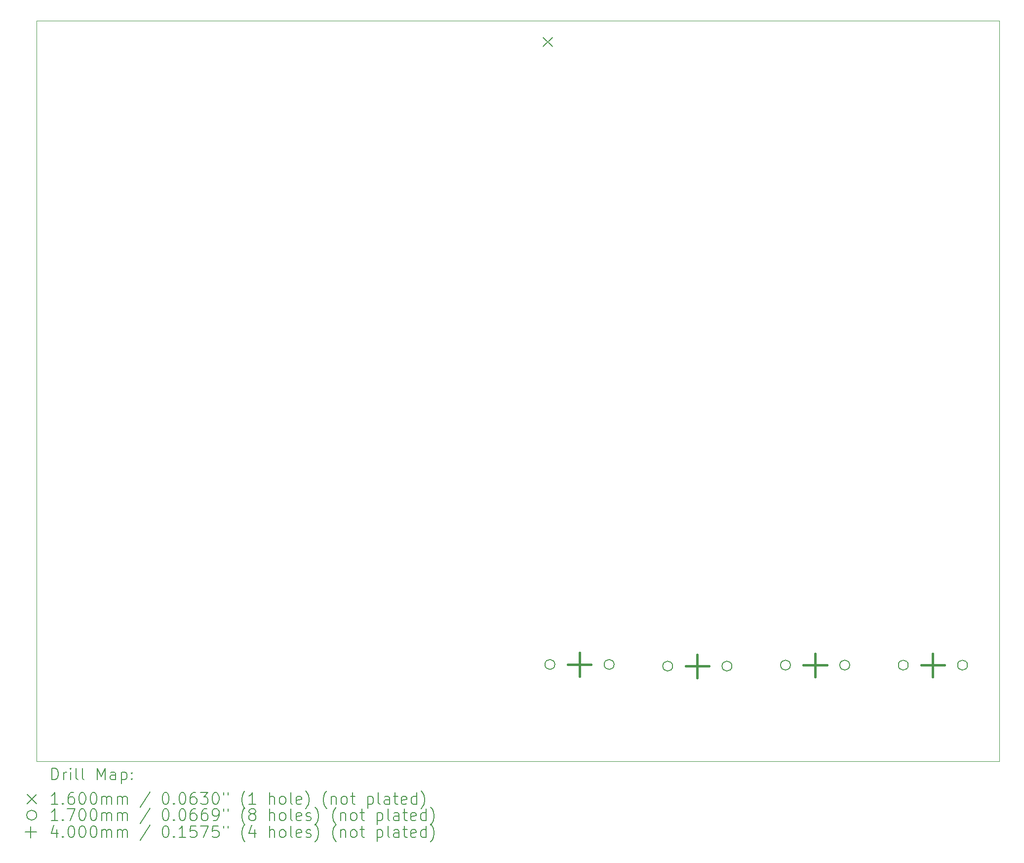
<source format=gbr>
%TF.GenerationSoftware,KiCad,Pcbnew,8.0.7*%
%TF.CreationDate,2025-01-13T21:04:36-08:00*%
%TF.ProjectId,Ouroboros,4f75726f-626f-4726-9f73-2e6b69636164,rev?*%
%TF.SameCoordinates,Original*%
%TF.FileFunction,Drillmap*%
%TF.FilePolarity,Positive*%
%FSLAX45Y45*%
G04 Gerber Fmt 4.5, Leading zero omitted, Abs format (unit mm)*
G04 Created by KiCad (PCBNEW 8.0.7) date 2025-01-13 21:04:36*
%MOMM*%
%LPD*%
G01*
G04 APERTURE LIST*
%ADD10C,0.050000*%
%ADD11C,0.200000*%
%ADD12C,0.160000*%
%ADD13C,0.170000*%
%ADD14C,0.400000*%
G04 APERTURE END LIST*
D10*
X45085000Y-24765000D02*
X28575000Y-24765000D01*
X45085000Y-12065000D02*
X45085000Y-24765000D01*
X28575000Y-24765000D02*
X28575000Y-12065000D01*
X28575000Y-12065000D02*
X45085000Y-12065000D01*
D11*
D12*
X37258000Y-12347500D02*
X37418000Y-12507500D01*
X37418000Y-12347500D02*
X37258000Y-12507500D01*
D13*
X37459000Y-23103000D02*
G75*
G02*
X37289000Y-23103000I-85000J0D01*
G01*
X37289000Y-23103000D02*
G75*
G02*
X37459000Y-23103000I85000J0D01*
G01*
X38475000Y-23103000D02*
G75*
G02*
X38305000Y-23103000I-85000J0D01*
G01*
X38305000Y-23103000D02*
G75*
G02*
X38475000Y-23103000I85000J0D01*
G01*
X39479000Y-23131000D02*
G75*
G02*
X39309000Y-23131000I-85000J0D01*
G01*
X39309000Y-23131000D02*
G75*
G02*
X39479000Y-23131000I85000J0D01*
G01*
X40495000Y-23131000D02*
G75*
G02*
X40325000Y-23131000I-85000J0D01*
G01*
X40325000Y-23131000D02*
G75*
G02*
X40495000Y-23131000I85000J0D01*
G01*
X41499000Y-23114000D02*
G75*
G02*
X41329000Y-23114000I-85000J0D01*
G01*
X41329000Y-23114000D02*
G75*
G02*
X41499000Y-23114000I85000J0D01*
G01*
X42515000Y-23114000D02*
G75*
G02*
X42345000Y-23114000I-85000J0D01*
G01*
X42345000Y-23114000D02*
G75*
G02*
X42515000Y-23114000I85000J0D01*
G01*
X43519000Y-23114000D02*
G75*
G02*
X43349000Y-23114000I-85000J0D01*
G01*
X43349000Y-23114000D02*
G75*
G02*
X43519000Y-23114000I85000J0D01*
G01*
X44535000Y-23114000D02*
G75*
G02*
X44365000Y-23114000I-85000J0D01*
G01*
X44365000Y-23114000D02*
G75*
G02*
X44535000Y-23114000I85000J0D01*
G01*
D14*
X37882000Y-22903000D02*
X37882000Y-23303000D01*
X37682000Y-23103000D02*
X38082000Y-23103000D01*
X39902000Y-22931000D02*
X39902000Y-23331000D01*
X39702000Y-23131000D02*
X40102000Y-23131000D01*
X41922000Y-22914000D02*
X41922000Y-23314000D01*
X41722000Y-23114000D02*
X42122000Y-23114000D01*
X43942000Y-22914000D02*
X43942000Y-23314000D01*
X43742000Y-23114000D02*
X44142000Y-23114000D01*
D11*
X28833277Y-25078984D02*
X28833277Y-24878984D01*
X28833277Y-24878984D02*
X28880896Y-24878984D01*
X28880896Y-24878984D02*
X28909467Y-24888508D01*
X28909467Y-24888508D02*
X28928515Y-24907555D01*
X28928515Y-24907555D02*
X28938039Y-24926603D01*
X28938039Y-24926603D02*
X28947562Y-24964698D01*
X28947562Y-24964698D02*
X28947562Y-24993269D01*
X28947562Y-24993269D02*
X28938039Y-25031365D01*
X28938039Y-25031365D02*
X28928515Y-25050412D01*
X28928515Y-25050412D02*
X28909467Y-25069460D01*
X28909467Y-25069460D02*
X28880896Y-25078984D01*
X28880896Y-25078984D02*
X28833277Y-25078984D01*
X29033277Y-25078984D02*
X29033277Y-24945650D01*
X29033277Y-24983746D02*
X29042801Y-24964698D01*
X29042801Y-24964698D02*
X29052324Y-24955174D01*
X29052324Y-24955174D02*
X29071372Y-24945650D01*
X29071372Y-24945650D02*
X29090420Y-24945650D01*
X29157086Y-25078984D02*
X29157086Y-24945650D01*
X29157086Y-24878984D02*
X29147562Y-24888508D01*
X29147562Y-24888508D02*
X29157086Y-24898031D01*
X29157086Y-24898031D02*
X29166610Y-24888508D01*
X29166610Y-24888508D02*
X29157086Y-24878984D01*
X29157086Y-24878984D02*
X29157086Y-24898031D01*
X29280896Y-25078984D02*
X29261848Y-25069460D01*
X29261848Y-25069460D02*
X29252324Y-25050412D01*
X29252324Y-25050412D02*
X29252324Y-24878984D01*
X29385658Y-25078984D02*
X29366610Y-25069460D01*
X29366610Y-25069460D02*
X29357086Y-25050412D01*
X29357086Y-25050412D02*
X29357086Y-24878984D01*
X29614229Y-25078984D02*
X29614229Y-24878984D01*
X29614229Y-24878984D02*
X29680896Y-25021841D01*
X29680896Y-25021841D02*
X29747562Y-24878984D01*
X29747562Y-24878984D02*
X29747562Y-25078984D01*
X29928515Y-25078984D02*
X29928515Y-24974222D01*
X29928515Y-24974222D02*
X29918991Y-24955174D01*
X29918991Y-24955174D02*
X29899943Y-24945650D01*
X29899943Y-24945650D02*
X29861848Y-24945650D01*
X29861848Y-24945650D02*
X29842801Y-24955174D01*
X29928515Y-25069460D02*
X29909467Y-25078984D01*
X29909467Y-25078984D02*
X29861848Y-25078984D01*
X29861848Y-25078984D02*
X29842801Y-25069460D01*
X29842801Y-25069460D02*
X29833277Y-25050412D01*
X29833277Y-25050412D02*
X29833277Y-25031365D01*
X29833277Y-25031365D02*
X29842801Y-25012317D01*
X29842801Y-25012317D02*
X29861848Y-25002793D01*
X29861848Y-25002793D02*
X29909467Y-25002793D01*
X29909467Y-25002793D02*
X29928515Y-24993269D01*
X30023753Y-24945650D02*
X30023753Y-25145650D01*
X30023753Y-24955174D02*
X30042801Y-24945650D01*
X30042801Y-24945650D02*
X30080896Y-24945650D01*
X30080896Y-24945650D02*
X30099943Y-24955174D01*
X30099943Y-24955174D02*
X30109467Y-24964698D01*
X30109467Y-24964698D02*
X30118991Y-24983746D01*
X30118991Y-24983746D02*
X30118991Y-25040888D01*
X30118991Y-25040888D02*
X30109467Y-25059936D01*
X30109467Y-25059936D02*
X30099943Y-25069460D01*
X30099943Y-25069460D02*
X30080896Y-25078984D01*
X30080896Y-25078984D02*
X30042801Y-25078984D01*
X30042801Y-25078984D02*
X30023753Y-25069460D01*
X30204705Y-25059936D02*
X30214229Y-25069460D01*
X30214229Y-25069460D02*
X30204705Y-25078984D01*
X30204705Y-25078984D02*
X30195182Y-25069460D01*
X30195182Y-25069460D02*
X30204705Y-25059936D01*
X30204705Y-25059936D02*
X30204705Y-25078984D01*
X30204705Y-24955174D02*
X30214229Y-24964698D01*
X30214229Y-24964698D02*
X30204705Y-24974222D01*
X30204705Y-24974222D02*
X30195182Y-24964698D01*
X30195182Y-24964698D02*
X30204705Y-24955174D01*
X30204705Y-24955174D02*
X30204705Y-24974222D01*
D12*
X28412500Y-25327500D02*
X28572500Y-25487500D01*
X28572500Y-25327500D02*
X28412500Y-25487500D01*
D11*
X28938039Y-25498984D02*
X28823753Y-25498984D01*
X28880896Y-25498984D02*
X28880896Y-25298984D01*
X28880896Y-25298984D02*
X28861848Y-25327555D01*
X28861848Y-25327555D02*
X28842801Y-25346603D01*
X28842801Y-25346603D02*
X28823753Y-25356127D01*
X29023753Y-25479936D02*
X29033277Y-25489460D01*
X29033277Y-25489460D02*
X29023753Y-25498984D01*
X29023753Y-25498984D02*
X29014229Y-25489460D01*
X29014229Y-25489460D02*
X29023753Y-25479936D01*
X29023753Y-25479936D02*
X29023753Y-25498984D01*
X29204705Y-25298984D02*
X29166610Y-25298984D01*
X29166610Y-25298984D02*
X29147562Y-25308508D01*
X29147562Y-25308508D02*
X29138039Y-25318031D01*
X29138039Y-25318031D02*
X29118991Y-25346603D01*
X29118991Y-25346603D02*
X29109467Y-25384698D01*
X29109467Y-25384698D02*
X29109467Y-25460888D01*
X29109467Y-25460888D02*
X29118991Y-25479936D01*
X29118991Y-25479936D02*
X29128515Y-25489460D01*
X29128515Y-25489460D02*
X29147562Y-25498984D01*
X29147562Y-25498984D02*
X29185658Y-25498984D01*
X29185658Y-25498984D02*
X29204705Y-25489460D01*
X29204705Y-25489460D02*
X29214229Y-25479936D01*
X29214229Y-25479936D02*
X29223753Y-25460888D01*
X29223753Y-25460888D02*
X29223753Y-25413269D01*
X29223753Y-25413269D02*
X29214229Y-25394222D01*
X29214229Y-25394222D02*
X29204705Y-25384698D01*
X29204705Y-25384698D02*
X29185658Y-25375174D01*
X29185658Y-25375174D02*
X29147562Y-25375174D01*
X29147562Y-25375174D02*
X29128515Y-25384698D01*
X29128515Y-25384698D02*
X29118991Y-25394222D01*
X29118991Y-25394222D02*
X29109467Y-25413269D01*
X29347562Y-25298984D02*
X29366610Y-25298984D01*
X29366610Y-25298984D02*
X29385658Y-25308508D01*
X29385658Y-25308508D02*
X29395182Y-25318031D01*
X29395182Y-25318031D02*
X29404705Y-25337079D01*
X29404705Y-25337079D02*
X29414229Y-25375174D01*
X29414229Y-25375174D02*
X29414229Y-25422793D01*
X29414229Y-25422793D02*
X29404705Y-25460888D01*
X29404705Y-25460888D02*
X29395182Y-25479936D01*
X29395182Y-25479936D02*
X29385658Y-25489460D01*
X29385658Y-25489460D02*
X29366610Y-25498984D01*
X29366610Y-25498984D02*
X29347562Y-25498984D01*
X29347562Y-25498984D02*
X29328515Y-25489460D01*
X29328515Y-25489460D02*
X29318991Y-25479936D01*
X29318991Y-25479936D02*
X29309467Y-25460888D01*
X29309467Y-25460888D02*
X29299943Y-25422793D01*
X29299943Y-25422793D02*
X29299943Y-25375174D01*
X29299943Y-25375174D02*
X29309467Y-25337079D01*
X29309467Y-25337079D02*
X29318991Y-25318031D01*
X29318991Y-25318031D02*
X29328515Y-25308508D01*
X29328515Y-25308508D02*
X29347562Y-25298984D01*
X29538039Y-25298984D02*
X29557086Y-25298984D01*
X29557086Y-25298984D02*
X29576134Y-25308508D01*
X29576134Y-25308508D02*
X29585658Y-25318031D01*
X29585658Y-25318031D02*
X29595182Y-25337079D01*
X29595182Y-25337079D02*
X29604705Y-25375174D01*
X29604705Y-25375174D02*
X29604705Y-25422793D01*
X29604705Y-25422793D02*
X29595182Y-25460888D01*
X29595182Y-25460888D02*
X29585658Y-25479936D01*
X29585658Y-25479936D02*
X29576134Y-25489460D01*
X29576134Y-25489460D02*
X29557086Y-25498984D01*
X29557086Y-25498984D02*
X29538039Y-25498984D01*
X29538039Y-25498984D02*
X29518991Y-25489460D01*
X29518991Y-25489460D02*
X29509467Y-25479936D01*
X29509467Y-25479936D02*
X29499943Y-25460888D01*
X29499943Y-25460888D02*
X29490420Y-25422793D01*
X29490420Y-25422793D02*
X29490420Y-25375174D01*
X29490420Y-25375174D02*
X29499943Y-25337079D01*
X29499943Y-25337079D02*
X29509467Y-25318031D01*
X29509467Y-25318031D02*
X29518991Y-25308508D01*
X29518991Y-25308508D02*
X29538039Y-25298984D01*
X29690420Y-25498984D02*
X29690420Y-25365650D01*
X29690420Y-25384698D02*
X29699943Y-25375174D01*
X29699943Y-25375174D02*
X29718991Y-25365650D01*
X29718991Y-25365650D02*
X29747563Y-25365650D01*
X29747563Y-25365650D02*
X29766610Y-25375174D01*
X29766610Y-25375174D02*
X29776134Y-25394222D01*
X29776134Y-25394222D02*
X29776134Y-25498984D01*
X29776134Y-25394222D02*
X29785658Y-25375174D01*
X29785658Y-25375174D02*
X29804705Y-25365650D01*
X29804705Y-25365650D02*
X29833277Y-25365650D01*
X29833277Y-25365650D02*
X29852324Y-25375174D01*
X29852324Y-25375174D02*
X29861848Y-25394222D01*
X29861848Y-25394222D02*
X29861848Y-25498984D01*
X29957086Y-25498984D02*
X29957086Y-25365650D01*
X29957086Y-25384698D02*
X29966610Y-25375174D01*
X29966610Y-25375174D02*
X29985658Y-25365650D01*
X29985658Y-25365650D02*
X30014229Y-25365650D01*
X30014229Y-25365650D02*
X30033277Y-25375174D01*
X30033277Y-25375174D02*
X30042801Y-25394222D01*
X30042801Y-25394222D02*
X30042801Y-25498984D01*
X30042801Y-25394222D02*
X30052324Y-25375174D01*
X30052324Y-25375174D02*
X30071372Y-25365650D01*
X30071372Y-25365650D02*
X30099943Y-25365650D01*
X30099943Y-25365650D02*
X30118991Y-25375174D01*
X30118991Y-25375174D02*
X30128515Y-25394222D01*
X30128515Y-25394222D02*
X30128515Y-25498984D01*
X30518991Y-25289460D02*
X30347563Y-25546603D01*
X30776134Y-25298984D02*
X30795182Y-25298984D01*
X30795182Y-25298984D02*
X30814229Y-25308508D01*
X30814229Y-25308508D02*
X30823753Y-25318031D01*
X30823753Y-25318031D02*
X30833277Y-25337079D01*
X30833277Y-25337079D02*
X30842801Y-25375174D01*
X30842801Y-25375174D02*
X30842801Y-25422793D01*
X30842801Y-25422793D02*
X30833277Y-25460888D01*
X30833277Y-25460888D02*
X30823753Y-25479936D01*
X30823753Y-25479936D02*
X30814229Y-25489460D01*
X30814229Y-25489460D02*
X30795182Y-25498984D01*
X30795182Y-25498984D02*
X30776134Y-25498984D01*
X30776134Y-25498984D02*
X30757086Y-25489460D01*
X30757086Y-25489460D02*
X30747563Y-25479936D01*
X30747563Y-25479936D02*
X30738039Y-25460888D01*
X30738039Y-25460888D02*
X30728515Y-25422793D01*
X30728515Y-25422793D02*
X30728515Y-25375174D01*
X30728515Y-25375174D02*
X30738039Y-25337079D01*
X30738039Y-25337079D02*
X30747563Y-25318031D01*
X30747563Y-25318031D02*
X30757086Y-25308508D01*
X30757086Y-25308508D02*
X30776134Y-25298984D01*
X30928515Y-25479936D02*
X30938039Y-25489460D01*
X30938039Y-25489460D02*
X30928515Y-25498984D01*
X30928515Y-25498984D02*
X30918991Y-25489460D01*
X30918991Y-25489460D02*
X30928515Y-25479936D01*
X30928515Y-25479936D02*
X30928515Y-25498984D01*
X31061848Y-25298984D02*
X31080896Y-25298984D01*
X31080896Y-25298984D02*
X31099944Y-25308508D01*
X31099944Y-25308508D02*
X31109467Y-25318031D01*
X31109467Y-25318031D02*
X31118991Y-25337079D01*
X31118991Y-25337079D02*
X31128515Y-25375174D01*
X31128515Y-25375174D02*
X31128515Y-25422793D01*
X31128515Y-25422793D02*
X31118991Y-25460888D01*
X31118991Y-25460888D02*
X31109467Y-25479936D01*
X31109467Y-25479936D02*
X31099944Y-25489460D01*
X31099944Y-25489460D02*
X31080896Y-25498984D01*
X31080896Y-25498984D02*
X31061848Y-25498984D01*
X31061848Y-25498984D02*
X31042801Y-25489460D01*
X31042801Y-25489460D02*
X31033277Y-25479936D01*
X31033277Y-25479936D02*
X31023753Y-25460888D01*
X31023753Y-25460888D02*
X31014229Y-25422793D01*
X31014229Y-25422793D02*
X31014229Y-25375174D01*
X31014229Y-25375174D02*
X31023753Y-25337079D01*
X31023753Y-25337079D02*
X31033277Y-25318031D01*
X31033277Y-25318031D02*
X31042801Y-25308508D01*
X31042801Y-25308508D02*
X31061848Y-25298984D01*
X31299944Y-25298984D02*
X31261848Y-25298984D01*
X31261848Y-25298984D02*
X31242801Y-25308508D01*
X31242801Y-25308508D02*
X31233277Y-25318031D01*
X31233277Y-25318031D02*
X31214229Y-25346603D01*
X31214229Y-25346603D02*
X31204706Y-25384698D01*
X31204706Y-25384698D02*
X31204706Y-25460888D01*
X31204706Y-25460888D02*
X31214229Y-25479936D01*
X31214229Y-25479936D02*
X31223753Y-25489460D01*
X31223753Y-25489460D02*
X31242801Y-25498984D01*
X31242801Y-25498984D02*
X31280896Y-25498984D01*
X31280896Y-25498984D02*
X31299944Y-25489460D01*
X31299944Y-25489460D02*
X31309467Y-25479936D01*
X31309467Y-25479936D02*
X31318991Y-25460888D01*
X31318991Y-25460888D02*
X31318991Y-25413269D01*
X31318991Y-25413269D02*
X31309467Y-25394222D01*
X31309467Y-25394222D02*
X31299944Y-25384698D01*
X31299944Y-25384698D02*
X31280896Y-25375174D01*
X31280896Y-25375174D02*
X31242801Y-25375174D01*
X31242801Y-25375174D02*
X31223753Y-25384698D01*
X31223753Y-25384698D02*
X31214229Y-25394222D01*
X31214229Y-25394222D02*
X31204706Y-25413269D01*
X31385658Y-25298984D02*
X31509467Y-25298984D01*
X31509467Y-25298984D02*
X31442801Y-25375174D01*
X31442801Y-25375174D02*
X31471372Y-25375174D01*
X31471372Y-25375174D02*
X31490420Y-25384698D01*
X31490420Y-25384698D02*
X31499944Y-25394222D01*
X31499944Y-25394222D02*
X31509467Y-25413269D01*
X31509467Y-25413269D02*
X31509467Y-25460888D01*
X31509467Y-25460888D02*
X31499944Y-25479936D01*
X31499944Y-25479936D02*
X31490420Y-25489460D01*
X31490420Y-25489460D02*
X31471372Y-25498984D01*
X31471372Y-25498984D02*
X31414229Y-25498984D01*
X31414229Y-25498984D02*
X31395182Y-25489460D01*
X31395182Y-25489460D02*
X31385658Y-25479936D01*
X31633277Y-25298984D02*
X31652325Y-25298984D01*
X31652325Y-25298984D02*
X31671372Y-25308508D01*
X31671372Y-25308508D02*
X31680896Y-25318031D01*
X31680896Y-25318031D02*
X31690420Y-25337079D01*
X31690420Y-25337079D02*
X31699944Y-25375174D01*
X31699944Y-25375174D02*
X31699944Y-25422793D01*
X31699944Y-25422793D02*
X31690420Y-25460888D01*
X31690420Y-25460888D02*
X31680896Y-25479936D01*
X31680896Y-25479936D02*
X31671372Y-25489460D01*
X31671372Y-25489460D02*
X31652325Y-25498984D01*
X31652325Y-25498984D02*
X31633277Y-25498984D01*
X31633277Y-25498984D02*
X31614229Y-25489460D01*
X31614229Y-25489460D02*
X31604706Y-25479936D01*
X31604706Y-25479936D02*
X31595182Y-25460888D01*
X31595182Y-25460888D02*
X31585658Y-25422793D01*
X31585658Y-25422793D02*
X31585658Y-25375174D01*
X31585658Y-25375174D02*
X31595182Y-25337079D01*
X31595182Y-25337079D02*
X31604706Y-25318031D01*
X31604706Y-25318031D02*
X31614229Y-25308508D01*
X31614229Y-25308508D02*
X31633277Y-25298984D01*
X31776134Y-25298984D02*
X31776134Y-25337079D01*
X31852325Y-25298984D02*
X31852325Y-25337079D01*
X32147563Y-25575174D02*
X32138039Y-25565650D01*
X32138039Y-25565650D02*
X32118991Y-25537079D01*
X32118991Y-25537079D02*
X32109468Y-25518031D01*
X32109468Y-25518031D02*
X32099944Y-25489460D01*
X32099944Y-25489460D02*
X32090420Y-25441841D01*
X32090420Y-25441841D02*
X32090420Y-25403746D01*
X32090420Y-25403746D02*
X32099944Y-25356127D01*
X32099944Y-25356127D02*
X32109468Y-25327555D01*
X32109468Y-25327555D02*
X32118991Y-25308508D01*
X32118991Y-25308508D02*
X32138039Y-25279936D01*
X32138039Y-25279936D02*
X32147563Y-25270412D01*
X32328515Y-25498984D02*
X32214229Y-25498984D01*
X32271372Y-25498984D02*
X32271372Y-25298984D01*
X32271372Y-25298984D02*
X32252325Y-25327555D01*
X32252325Y-25327555D02*
X32233277Y-25346603D01*
X32233277Y-25346603D02*
X32214229Y-25356127D01*
X32566610Y-25498984D02*
X32566610Y-25298984D01*
X32652325Y-25498984D02*
X32652325Y-25394222D01*
X32652325Y-25394222D02*
X32642801Y-25375174D01*
X32642801Y-25375174D02*
X32623753Y-25365650D01*
X32623753Y-25365650D02*
X32595182Y-25365650D01*
X32595182Y-25365650D02*
X32576134Y-25375174D01*
X32576134Y-25375174D02*
X32566610Y-25384698D01*
X32776134Y-25498984D02*
X32757087Y-25489460D01*
X32757087Y-25489460D02*
X32747563Y-25479936D01*
X32747563Y-25479936D02*
X32738039Y-25460888D01*
X32738039Y-25460888D02*
X32738039Y-25403746D01*
X32738039Y-25403746D02*
X32747563Y-25384698D01*
X32747563Y-25384698D02*
X32757087Y-25375174D01*
X32757087Y-25375174D02*
X32776134Y-25365650D01*
X32776134Y-25365650D02*
X32804706Y-25365650D01*
X32804706Y-25365650D02*
X32823753Y-25375174D01*
X32823753Y-25375174D02*
X32833277Y-25384698D01*
X32833277Y-25384698D02*
X32842801Y-25403746D01*
X32842801Y-25403746D02*
X32842801Y-25460888D01*
X32842801Y-25460888D02*
X32833277Y-25479936D01*
X32833277Y-25479936D02*
X32823753Y-25489460D01*
X32823753Y-25489460D02*
X32804706Y-25498984D01*
X32804706Y-25498984D02*
X32776134Y-25498984D01*
X32957087Y-25498984D02*
X32938039Y-25489460D01*
X32938039Y-25489460D02*
X32928515Y-25470412D01*
X32928515Y-25470412D02*
X32928515Y-25298984D01*
X33109468Y-25489460D02*
X33090420Y-25498984D01*
X33090420Y-25498984D02*
X33052325Y-25498984D01*
X33052325Y-25498984D02*
X33033277Y-25489460D01*
X33033277Y-25489460D02*
X33023753Y-25470412D01*
X33023753Y-25470412D02*
X33023753Y-25394222D01*
X33023753Y-25394222D02*
X33033277Y-25375174D01*
X33033277Y-25375174D02*
X33052325Y-25365650D01*
X33052325Y-25365650D02*
X33090420Y-25365650D01*
X33090420Y-25365650D02*
X33109468Y-25375174D01*
X33109468Y-25375174D02*
X33118991Y-25394222D01*
X33118991Y-25394222D02*
X33118991Y-25413269D01*
X33118991Y-25413269D02*
X33023753Y-25432317D01*
X33185658Y-25575174D02*
X33195182Y-25565650D01*
X33195182Y-25565650D02*
X33214230Y-25537079D01*
X33214230Y-25537079D02*
X33223753Y-25518031D01*
X33223753Y-25518031D02*
X33233277Y-25489460D01*
X33233277Y-25489460D02*
X33242801Y-25441841D01*
X33242801Y-25441841D02*
X33242801Y-25403746D01*
X33242801Y-25403746D02*
X33233277Y-25356127D01*
X33233277Y-25356127D02*
X33223753Y-25327555D01*
X33223753Y-25327555D02*
X33214230Y-25308508D01*
X33214230Y-25308508D02*
X33195182Y-25279936D01*
X33195182Y-25279936D02*
X33185658Y-25270412D01*
X33547563Y-25575174D02*
X33538039Y-25565650D01*
X33538039Y-25565650D02*
X33518991Y-25537079D01*
X33518991Y-25537079D02*
X33509468Y-25518031D01*
X33509468Y-25518031D02*
X33499944Y-25489460D01*
X33499944Y-25489460D02*
X33490420Y-25441841D01*
X33490420Y-25441841D02*
X33490420Y-25403746D01*
X33490420Y-25403746D02*
X33499944Y-25356127D01*
X33499944Y-25356127D02*
X33509468Y-25327555D01*
X33509468Y-25327555D02*
X33518991Y-25308508D01*
X33518991Y-25308508D02*
X33538039Y-25279936D01*
X33538039Y-25279936D02*
X33547563Y-25270412D01*
X33623753Y-25365650D02*
X33623753Y-25498984D01*
X33623753Y-25384698D02*
X33633277Y-25375174D01*
X33633277Y-25375174D02*
X33652325Y-25365650D01*
X33652325Y-25365650D02*
X33680896Y-25365650D01*
X33680896Y-25365650D02*
X33699944Y-25375174D01*
X33699944Y-25375174D02*
X33709468Y-25394222D01*
X33709468Y-25394222D02*
X33709468Y-25498984D01*
X33833277Y-25498984D02*
X33814230Y-25489460D01*
X33814230Y-25489460D02*
X33804706Y-25479936D01*
X33804706Y-25479936D02*
X33795182Y-25460888D01*
X33795182Y-25460888D02*
X33795182Y-25403746D01*
X33795182Y-25403746D02*
X33804706Y-25384698D01*
X33804706Y-25384698D02*
X33814230Y-25375174D01*
X33814230Y-25375174D02*
X33833277Y-25365650D01*
X33833277Y-25365650D02*
X33861849Y-25365650D01*
X33861849Y-25365650D02*
X33880896Y-25375174D01*
X33880896Y-25375174D02*
X33890420Y-25384698D01*
X33890420Y-25384698D02*
X33899944Y-25403746D01*
X33899944Y-25403746D02*
X33899944Y-25460888D01*
X33899944Y-25460888D02*
X33890420Y-25479936D01*
X33890420Y-25479936D02*
X33880896Y-25489460D01*
X33880896Y-25489460D02*
X33861849Y-25498984D01*
X33861849Y-25498984D02*
X33833277Y-25498984D01*
X33957087Y-25365650D02*
X34033277Y-25365650D01*
X33985658Y-25298984D02*
X33985658Y-25470412D01*
X33985658Y-25470412D02*
X33995182Y-25489460D01*
X33995182Y-25489460D02*
X34014230Y-25498984D01*
X34014230Y-25498984D02*
X34033277Y-25498984D01*
X34252325Y-25365650D02*
X34252325Y-25565650D01*
X34252325Y-25375174D02*
X34271373Y-25365650D01*
X34271373Y-25365650D02*
X34309468Y-25365650D01*
X34309468Y-25365650D02*
X34328515Y-25375174D01*
X34328515Y-25375174D02*
X34338039Y-25384698D01*
X34338039Y-25384698D02*
X34347563Y-25403746D01*
X34347563Y-25403746D02*
X34347563Y-25460888D01*
X34347563Y-25460888D02*
X34338039Y-25479936D01*
X34338039Y-25479936D02*
X34328515Y-25489460D01*
X34328515Y-25489460D02*
X34309468Y-25498984D01*
X34309468Y-25498984D02*
X34271373Y-25498984D01*
X34271373Y-25498984D02*
X34252325Y-25489460D01*
X34461849Y-25498984D02*
X34442801Y-25489460D01*
X34442801Y-25489460D02*
X34433277Y-25470412D01*
X34433277Y-25470412D02*
X34433277Y-25298984D01*
X34623754Y-25498984D02*
X34623754Y-25394222D01*
X34623754Y-25394222D02*
X34614230Y-25375174D01*
X34614230Y-25375174D02*
X34595182Y-25365650D01*
X34595182Y-25365650D02*
X34557087Y-25365650D01*
X34557087Y-25365650D02*
X34538039Y-25375174D01*
X34623754Y-25489460D02*
X34604706Y-25498984D01*
X34604706Y-25498984D02*
X34557087Y-25498984D01*
X34557087Y-25498984D02*
X34538039Y-25489460D01*
X34538039Y-25489460D02*
X34528515Y-25470412D01*
X34528515Y-25470412D02*
X34528515Y-25451365D01*
X34528515Y-25451365D02*
X34538039Y-25432317D01*
X34538039Y-25432317D02*
X34557087Y-25422793D01*
X34557087Y-25422793D02*
X34604706Y-25422793D01*
X34604706Y-25422793D02*
X34623754Y-25413269D01*
X34690420Y-25365650D02*
X34766611Y-25365650D01*
X34718992Y-25298984D02*
X34718992Y-25470412D01*
X34718992Y-25470412D02*
X34728515Y-25489460D01*
X34728515Y-25489460D02*
X34747563Y-25498984D01*
X34747563Y-25498984D02*
X34766611Y-25498984D01*
X34909468Y-25489460D02*
X34890420Y-25498984D01*
X34890420Y-25498984D02*
X34852325Y-25498984D01*
X34852325Y-25498984D02*
X34833277Y-25489460D01*
X34833277Y-25489460D02*
X34823754Y-25470412D01*
X34823754Y-25470412D02*
X34823754Y-25394222D01*
X34823754Y-25394222D02*
X34833277Y-25375174D01*
X34833277Y-25375174D02*
X34852325Y-25365650D01*
X34852325Y-25365650D02*
X34890420Y-25365650D01*
X34890420Y-25365650D02*
X34909468Y-25375174D01*
X34909468Y-25375174D02*
X34918992Y-25394222D01*
X34918992Y-25394222D02*
X34918992Y-25413269D01*
X34918992Y-25413269D02*
X34823754Y-25432317D01*
X35090420Y-25498984D02*
X35090420Y-25298984D01*
X35090420Y-25489460D02*
X35071373Y-25498984D01*
X35071373Y-25498984D02*
X35033277Y-25498984D01*
X35033277Y-25498984D02*
X35014230Y-25489460D01*
X35014230Y-25489460D02*
X35004706Y-25479936D01*
X35004706Y-25479936D02*
X34995182Y-25460888D01*
X34995182Y-25460888D02*
X34995182Y-25403746D01*
X34995182Y-25403746D02*
X35004706Y-25384698D01*
X35004706Y-25384698D02*
X35014230Y-25375174D01*
X35014230Y-25375174D02*
X35033277Y-25365650D01*
X35033277Y-25365650D02*
X35071373Y-25365650D01*
X35071373Y-25365650D02*
X35090420Y-25375174D01*
X35166611Y-25575174D02*
X35176135Y-25565650D01*
X35176135Y-25565650D02*
X35195182Y-25537079D01*
X35195182Y-25537079D02*
X35204706Y-25518031D01*
X35204706Y-25518031D02*
X35214230Y-25489460D01*
X35214230Y-25489460D02*
X35223754Y-25441841D01*
X35223754Y-25441841D02*
X35223754Y-25403746D01*
X35223754Y-25403746D02*
X35214230Y-25356127D01*
X35214230Y-25356127D02*
X35204706Y-25327555D01*
X35204706Y-25327555D02*
X35195182Y-25308508D01*
X35195182Y-25308508D02*
X35176135Y-25279936D01*
X35176135Y-25279936D02*
X35166611Y-25270412D01*
D13*
X28572500Y-25687500D02*
G75*
G02*
X28402500Y-25687500I-85000J0D01*
G01*
X28402500Y-25687500D02*
G75*
G02*
X28572500Y-25687500I85000J0D01*
G01*
D11*
X28938039Y-25778984D02*
X28823753Y-25778984D01*
X28880896Y-25778984D02*
X28880896Y-25578984D01*
X28880896Y-25578984D02*
X28861848Y-25607555D01*
X28861848Y-25607555D02*
X28842801Y-25626603D01*
X28842801Y-25626603D02*
X28823753Y-25636127D01*
X29023753Y-25759936D02*
X29033277Y-25769460D01*
X29033277Y-25769460D02*
X29023753Y-25778984D01*
X29023753Y-25778984D02*
X29014229Y-25769460D01*
X29014229Y-25769460D02*
X29023753Y-25759936D01*
X29023753Y-25759936D02*
X29023753Y-25778984D01*
X29099943Y-25578984D02*
X29233277Y-25578984D01*
X29233277Y-25578984D02*
X29147562Y-25778984D01*
X29347562Y-25578984D02*
X29366610Y-25578984D01*
X29366610Y-25578984D02*
X29385658Y-25588508D01*
X29385658Y-25588508D02*
X29395182Y-25598031D01*
X29395182Y-25598031D02*
X29404705Y-25617079D01*
X29404705Y-25617079D02*
X29414229Y-25655174D01*
X29414229Y-25655174D02*
X29414229Y-25702793D01*
X29414229Y-25702793D02*
X29404705Y-25740888D01*
X29404705Y-25740888D02*
X29395182Y-25759936D01*
X29395182Y-25759936D02*
X29385658Y-25769460D01*
X29385658Y-25769460D02*
X29366610Y-25778984D01*
X29366610Y-25778984D02*
X29347562Y-25778984D01*
X29347562Y-25778984D02*
X29328515Y-25769460D01*
X29328515Y-25769460D02*
X29318991Y-25759936D01*
X29318991Y-25759936D02*
X29309467Y-25740888D01*
X29309467Y-25740888D02*
X29299943Y-25702793D01*
X29299943Y-25702793D02*
X29299943Y-25655174D01*
X29299943Y-25655174D02*
X29309467Y-25617079D01*
X29309467Y-25617079D02*
X29318991Y-25598031D01*
X29318991Y-25598031D02*
X29328515Y-25588508D01*
X29328515Y-25588508D02*
X29347562Y-25578984D01*
X29538039Y-25578984D02*
X29557086Y-25578984D01*
X29557086Y-25578984D02*
X29576134Y-25588508D01*
X29576134Y-25588508D02*
X29585658Y-25598031D01*
X29585658Y-25598031D02*
X29595182Y-25617079D01*
X29595182Y-25617079D02*
X29604705Y-25655174D01*
X29604705Y-25655174D02*
X29604705Y-25702793D01*
X29604705Y-25702793D02*
X29595182Y-25740888D01*
X29595182Y-25740888D02*
X29585658Y-25759936D01*
X29585658Y-25759936D02*
X29576134Y-25769460D01*
X29576134Y-25769460D02*
X29557086Y-25778984D01*
X29557086Y-25778984D02*
X29538039Y-25778984D01*
X29538039Y-25778984D02*
X29518991Y-25769460D01*
X29518991Y-25769460D02*
X29509467Y-25759936D01*
X29509467Y-25759936D02*
X29499943Y-25740888D01*
X29499943Y-25740888D02*
X29490420Y-25702793D01*
X29490420Y-25702793D02*
X29490420Y-25655174D01*
X29490420Y-25655174D02*
X29499943Y-25617079D01*
X29499943Y-25617079D02*
X29509467Y-25598031D01*
X29509467Y-25598031D02*
X29518991Y-25588508D01*
X29518991Y-25588508D02*
X29538039Y-25578984D01*
X29690420Y-25778984D02*
X29690420Y-25645650D01*
X29690420Y-25664698D02*
X29699943Y-25655174D01*
X29699943Y-25655174D02*
X29718991Y-25645650D01*
X29718991Y-25645650D02*
X29747563Y-25645650D01*
X29747563Y-25645650D02*
X29766610Y-25655174D01*
X29766610Y-25655174D02*
X29776134Y-25674222D01*
X29776134Y-25674222D02*
X29776134Y-25778984D01*
X29776134Y-25674222D02*
X29785658Y-25655174D01*
X29785658Y-25655174D02*
X29804705Y-25645650D01*
X29804705Y-25645650D02*
X29833277Y-25645650D01*
X29833277Y-25645650D02*
X29852324Y-25655174D01*
X29852324Y-25655174D02*
X29861848Y-25674222D01*
X29861848Y-25674222D02*
X29861848Y-25778984D01*
X29957086Y-25778984D02*
X29957086Y-25645650D01*
X29957086Y-25664698D02*
X29966610Y-25655174D01*
X29966610Y-25655174D02*
X29985658Y-25645650D01*
X29985658Y-25645650D02*
X30014229Y-25645650D01*
X30014229Y-25645650D02*
X30033277Y-25655174D01*
X30033277Y-25655174D02*
X30042801Y-25674222D01*
X30042801Y-25674222D02*
X30042801Y-25778984D01*
X30042801Y-25674222D02*
X30052324Y-25655174D01*
X30052324Y-25655174D02*
X30071372Y-25645650D01*
X30071372Y-25645650D02*
X30099943Y-25645650D01*
X30099943Y-25645650D02*
X30118991Y-25655174D01*
X30118991Y-25655174D02*
X30128515Y-25674222D01*
X30128515Y-25674222D02*
X30128515Y-25778984D01*
X30518991Y-25569460D02*
X30347563Y-25826603D01*
X30776134Y-25578984D02*
X30795182Y-25578984D01*
X30795182Y-25578984D02*
X30814229Y-25588508D01*
X30814229Y-25588508D02*
X30823753Y-25598031D01*
X30823753Y-25598031D02*
X30833277Y-25617079D01*
X30833277Y-25617079D02*
X30842801Y-25655174D01*
X30842801Y-25655174D02*
X30842801Y-25702793D01*
X30842801Y-25702793D02*
X30833277Y-25740888D01*
X30833277Y-25740888D02*
X30823753Y-25759936D01*
X30823753Y-25759936D02*
X30814229Y-25769460D01*
X30814229Y-25769460D02*
X30795182Y-25778984D01*
X30795182Y-25778984D02*
X30776134Y-25778984D01*
X30776134Y-25778984D02*
X30757086Y-25769460D01*
X30757086Y-25769460D02*
X30747563Y-25759936D01*
X30747563Y-25759936D02*
X30738039Y-25740888D01*
X30738039Y-25740888D02*
X30728515Y-25702793D01*
X30728515Y-25702793D02*
X30728515Y-25655174D01*
X30728515Y-25655174D02*
X30738039Y-25617079D01*
X30738039Y-25617079D02*
X30747563Y-25598031D01*
X30747563Y-25598031D02*
X30757086Y-25588508D01*
X30757086Y-25588508D02*
X30776134Y-25578984D01*
X30928515Y-25759936D02*
X30938039Y-25769460D01*
X30938039Y-25769460D02*
X30928515Y-25778984D01*
X30928515Y-25778984D02*
X30918991Y-25769460D01*
X30918991Y-25769460D02*
X30928515Y-25759936D01*
X30928515Y-25759936D02*
X30928515Y-25778984D01*
X31061848Y-25578984D02*
X31080896Y-25578984D01*
X31080896Y-25578984D02*
X31099944Y-25588508D01*
X31099944Y-25588508D02*
X31109467Y-25598031D01*
X31109467Y-25598031D02*
X31118991Y-25617079D01*
X31118991Y-25617079D02*
X31128515Y-25655174D01*
X31128515Y-25655174D02*
X31128515Y-25702793D01*
X31128515Y-25702793D02*
X31118991Y-25740888D01*
X31118991Y-25740888D02*
X31109467Y-25759936D01*
X31109467Y-25759936D02*
X31099944Y-25769460D01*
X31099944Y-25769460D02*
X31080896Y-25778984D01*
X31080896Y-25778984D02*
X31061848Y-25778984D01*
X31061848Y-25778984D02*
X31042801Y-25769460D01*
X31042801Y-25769460D02*
X31033277Y-25759936D01*
X31033277Y-25759936D02*
X31023753Y-25740888D01*
X31023753Y-25740888D02*
X31014229Y-25702793D01*
X31014229Y-25702793D02*
X31014229Y-25655174D01*
X31014229Y-25655174D02*
X31023753Y-25617079D01*
X31023753Y-25617079D02*
X31033277Y-25598031D01*
X31033277Y-25598031D02*
X31042801Y-25588508D01*
X31042801Y-25588508D02*
X31061848Y-25578984D01*
X31299944Y-25578984D02*
X31261848Y-25578984D01*
X31261848Y-25578984D02*
X31242801Y-25588508D01*
X31242801Y-25588508D02*
X31233277Y-25598031D01*
X31233277Y-25598031D02*
X31214229Y-25626603D01*
X31214229Y-25626603D02*
X31204706Y-25664698D01*
X31204706Y-25664698D02*
X31204706Y-25740888D01*
X31204706Y-25740888D02*
X31214229Y-25759936D01*
X31214229Y-25759936D02*
X31223753Y-25769460D01*
X31223753Y-25769460D02*
X31242801Y-25778984D01*
X31242801Y-25778984D02*
X31280896Y-25778984D01*
X31280896Y-25778984D02*
X31299944Y-25769460D01*
X31299944Y-25769460D02*
X31309467Y-25759936D01*
X31309467Y-25759936D02*
X31318991Y-25740888D01*
X31318991Y-25740888D02*
X31318991Y-25693269D01*
X31318991Y-25693269D02*
X31309467Y-25674222D01*
X31309467Y-25674222D02*
X31299944Y-25664698D01*
X31299944Y-25664698D02*
X31280896Y-25655174D01*
X31280896Y-25655174D02*
X31242801Y-25655174D01*
X31242801Y-25655174D02*
X31223753Y-25664698D01*
X31223753Y-25664698D02*
X31214229Y-25674222D01*
X31214229Y-25674222D02*
X31204706Y-25693269D01*
X31490420Y-25578984D02*
X31452325Y-25578984D01*
X31452325Y-25578984D02*
X31433277Y-25588508D01*
X31433277Y-25588508D02*
X31423753Y-25598031D01*
X31423753Y-25598031D02*
X31404706Y-25626603D01*
X31404706Y-25626603D02*
X31395182Y-25664698D01*
X31395182Y-25664698D02*
X31395182Y-25740888D01*
X31395182Y-25740888D02*
X31404706Y-25759936D01*
X31404706Y-25759936D02*
X31414229Y-25769460D01*
X31414229Y-25769460D02*
X31433277Y-25778984D01*
X31433277Y-25778984D02*
X31471372Y-25778984D01*
X31471372Y-25778984D02*
X31490420Y-25769460D01*
X31490420Y-25769460D02*
X31499944Y-25759936D01*
X31499944Y-25759936D02*
X31509467Y-25740888D01*
X31509467Y-25740888D02*
X31509467Y-25693269D01*
X31509467Y-25693269D02*
X31499944Y-25674222D01*
X31499944Y-25674222D02*
X31490420Y-25664698D01*
X31490420Y-25664698D02*
X31471372Y-25655174D01*
X31471372Y-25655174D02*
X31433277Y-25655174D01*
X31433277Y-25655174D02*
X31414229Y-25664698D01*
X31414229Y-25664698D02*
X31404706Y-25674222D01*
X31404706Y-25674222D02*
X31395182Y-25693269D01*
X31604706Y-25778984D02*
X31642801Y-25778984D01*
X31642801Y-25778984D02*
X31661848Y-25769460D01*
X31661848Y-25769460D02*
X31671372Y-25759936D01*
X31671372Y-25759936D02*
X31690420Y-25731365D01*
X31690420Y-25731365D02*
X31699944Y-25693269D01*
X31699944Y-25693269D02*
X31699944Y-25617079D01*
X31699944Y-25617079D02*
X31690420Y-25598031D01*
X31690420Y-25598031D02*
X31680896Y-25588508D01*
X31680896Y-25588508D02*
X31661848Y-25578984D01*
X31661848Y-25578984D02*
X31623753Y-25578984D01*
X31623753Y-25578984D02*
X31604706Y-25588508D01*
X31604706Y-25588508D02*
X31595182Y-25598031D01*
X31595182Y-25598031D02*
X31585658Y-25617079D01*
X31585658Y-25617079D02*
X31585658Y-25664698D01*
X31585658Y-25664698D02*
X31595182Y-25683746D01*
X31595182Y-25683746D02*
X31604706Y-25693269D01*
X31604706Y-25693269D02*
X31623753Y-25702793D01*
X31623753Y-25702793D02*
X31661848Y-25702793D01*
X31661848Y-25702793D02*
X31680896Y-25693269D01*
X31680896Y-25693269D02*
X31690420Y-25683746D01*
X31690420Y-25683746D02*
X31699944Y-25664698D01*
X31776134Y-25578984D02*
X31776134Y-25617079D01*
X31852325Y-25578984D02*
X31852325Y-25617079D01*
X32147563Y-25855174D02*
X32138039Y-25845650D01*
X32138039Y-25845650D02*
X32118991Y-25817079D01*
X32118991Y-25817079D02*
X32109468Y-25798031D01*
X32109468Y-25798031D02*
X32099944Y-25769460D01*
X32099944Y-25769460D02*
X32090420Y-25721841D01*
X32090420Y-25721841D02*
X32090420Y-25683746D01*
X32090420Y-25683746D02*
X32099944Y-25636127D01*
X32099944Y-25636127D02*
X32109468Y-25607555D01*
X32109468Y-25607555D02*
X32118991Y-25588508D01*
X32118991Y-25588508D02*
X32138039Y-25559936D01*
X32138039Y-25559936D02*
X32147563Y-25550412D01*
X32252325Y-25664698D02*
X32233277Y-25655174D01*
X32233277Y-25655174D02*
X32223753Y-25645650D01*
X32223753Y-25645650D02*
X32214229Y-25626603D01*
X32214229Y-25626603D02*
X32214229Y-25617079D01*
X32214229Y-25617079D02*
X32223753Y-25598031D01*
X32223753Y-25598031D02*
X32233277Y-25588508D01*
X32233277Y-25588508D02*
X32252325Y-25578984D01*
X32252325Y-25578984D02*
X32290420Y-25578984D01*
X32290420Y-25578984D02*
X32309468Y-25588508D01*
X32309468Y-25588508D02*
X32318991Y-25598031D01*
X32318991Y-25598031D02*
X32328515Y-25617079D01*
X32328515Y-25617079D02*
X32328515Y-25626603D01*
X32328515Y-25626603D02*
X32318991Y-25645650D01*
X32318991Y-25645650D02*
X32309468Y-25655174D01*
X32309468Y-25655174D02*
X32290420Y-25664698D01*
X32290420Y-25664698D02*
X32252325Y-25664698D01*
X32252325Y-25664698D02*
X32233277Y-25674222D01*
X32233277Y-25674222D02*
X32223753Y-25683746D01*
X32223753Y-25683746D02*
X32214229Y-25702793D01*
X32214229Y-25702793D02*
X32214229Y-25740888D01*
X32214229Y-25740888D02*
X32223753Y-25759936D01*
X32223753Y-25759936D02*
X32233277Y-25769460D01*
X32233277Y-25769460D02*
X32252325Y-25778984D01*
X32252325Y-25778984D02*
X32290420Y-25778984D01*
X32290420Y-25778984D02*
X32309468Y-25769460D01*
X32309468Y-25769460D02*
X32318991Y-25759936D01*
X32318991Y-25759936D02*
X32328515Y-25740888D01*
X32328515Y-25740888D02*
X32328515Y-25702793D01*
X32328515Y-25702793D02*
X32318991Y-25683746D01*
X32318991Y-25683746D02*
X32309468Y-25674222D01*
X32309468Y-25674222D02*
X32290420Y-25664698D01*
X32566610Y-25778984D02*
X32566610Y-25578984D01*
X32652325Y-25778984D02*
X32652325Y-25674222D01*
X32652325Y-25674222D02*
X32642801Y-25655174D01*
X32642801Y-25655174D02*
X32623753Y-25645650D01*
X32623753Y-25645650D02*
X32595182Y-25645650D01*
X32595182Y-25645650D02*
X32576134Y-25655174D01*
X32576134Y-25655174D02*
X32566610Y-25664698D01*
X32776134Y-25778984D02*
X32757087Y-25769460D01*
X32757087Y-25769460D02*
X32747563Y-25759936D01*
X32747563Y-25759936D02*
X32738039Y-25740888D01*
X32738039Y-25740888D02*
X32738039Y-25683746D01*
X32738039Y-25683746D02*
X32747563Y-25664698D01*
X32747563Y-25664698D02*
X32757087Y-25655174D01*
X32757087Y-25655174D02*
X32776134Y-25645650D01*
X32776134Y-25645650D02*
X32804706Y-25645650D01*
X32804706Y-25645650D02*
X32823753Y-25655174D01*
X32823753Y-25655174D02*
X32833277Y-25664698D01*
X32833277Y-25664698D02*
X32842801Y-25683746D01*
X32842801Y-25683746D02*
X32842801Y-25740888D01*
X32842801Y-25740888D02*
X32833277Y-25759936D01*
X32833277Y-25759936D02*
X32823753Y-25769460D01*
X32823753Y-25769460D02*
X32804706Y-25778984D01*
X32804706Y-25778984D02*
X32776134Y-25778984D01*
X32957087Y-25778984D02*
X32938039Y-25769460D01*
X32938039Y-25769460D02*
X32928515Y-25750412D01*
X32928515Y-25750412D02*
X32928515Y-25578984D01*
X33109468Y-25769460D02*
X33090420Y-25778984D01*
X33090420Y-25778984D02*
X33052325Y-25778984D01*
X33052325Y-25778984D02*
X33033277Y-25769460D01*
X33033277Y-25769460D02*
X33023753Y-25750412D01*
X33023753Y-25750412D02*
X33023753Y-25674222D01*
X33023753Y-25674222D02*
X33033277Y-25655174D01*
X33033277Y-25655174D02*
X33052325Y-25645650D01*
X33052325Y-25645650D02*
X33090420Y-25645650D01*
X33090420Y-25645650D02*
X33109468Y-25655174D01*
X33109468Y-25655174D02*
X33118991Y-25674222D01*
X33118991Y-25674222D02*
X33118991Y-25693269D01*
X33118991Y-25693269D02*
X33023753Y-25712317D01*
X33195182Y-25769460D02*
X33214230Y-25778984D01*
X33214230Y-25778984D02*
X33252325Y-25778984D01*
X33252325Y-25778984D02*
X33271372Y-25769460D01*
X33271372Y-25769460D02*
X33280896Y-25750412D01*
X33280896Y-25750412D02*
X33280896Y-25740888D01*
X33280896Y-25740888D02*
X33271372Y-25721841D01*
X33271372Y-25721841D02*
X33252325Y-25712317D01*
X33252325Y-25712317D02*
X33223753Y-25712317D01*
X33223753Y-25712317D02*
X33204706Y-25702793D01*
X33204706Y-25702793D02*
X33195182Y-25683746D01*
X33195182Y-25683746D02*
X33195182Y-25674222D01*
X33195182Y-25674222D02*
X33204706Y-25655174D01*
X33204706Y-25655174D02*
X33223753Y-25645650D01*
X33223753Y-25645650D02*
X33252325Y-25645650D01*
X33252325Y-25645650D02*
X33271372Y-25655174D01*
X33347563Y-25855174D02*
X33357087Y-25845650D01*
X33357087Y-25845650D02*
X33376134Y-25817079D01*
X33376134Y-25817079D02*
X33385658Y-25798031D01*
X33385658Y-25798031D02*
X33395182Y-25769460D01*
X33395182Y-25769460D02*
X33404706Y-25721841D01*
X33404706Y-25721841D02*
X33404706Y-25683746D01*
X33404706Y-25683746D02*
X33395182Y-25636127D01*
X33395182Y-25636127D02*
X33385658Y-25607555D01*
X33385658Y-25607555D02*
X33376134Y-25588508D01*
X33376134Y-25588508D02*
X33357087Y-25559936D01*
X33357087Y-25559936D02*
X33347563Y-25550412D01*
X33709468Y-25855174D02*
X33699944Y-25845650D01*
X33699944Y-25845650D02*
X33680896Y-25817079D01*
X33680896Y-25817079D02*
X33671373Y-25798031D01*
X33671373Y-25798031D02*
X33661849Y-25769460D01*
X33661849Y-25769460D02*
X33652325Y-25721841D01*
X33652325Y-25721841D02*
X33652325Y-25683746D01*
X33652325Y-25683746D02*
X33661849Y-25636127D01*
X33661849Y-25636127D02*
X33671373Y-25607555D01*
X33671373Y-25607555D02*
X33680896Y-25588508D01*
X33680896Y-25588508D02*
X33699944Y-25559936D01*
X33699944Y-25559936D02*
X33709468Y-25550412D01*
X33785658Y-25645650D02*
X33785658Y-25778984D01*
X33785658Y-25664698D02*
X33795182Y-25655174D01*
X33795182Y-25655174D02*
X33814230Y-25645650D01*
X33814230Y-25645650D02*
X33842801Y-25645650D01*
X33842801Y-25645650D02*
X33861849Y-25655174D01*
X33861849Y-25655174D02*
X33871373Y-25674222D01*
X33871373Y-25674222D02*
X33871373Y-25778984D01*
X33995182Y-25778984D02*
X33976134Y-25769460D01*
X33976134Y-25769460D02*
X33966611Y-25759936D01*
X33966611Y-25759936D02*
X33957087Y-25740888D01*
X33957087Y-25740888D02*
X33957087Y-25683746D01*
X33957087Y-25683746D02*
X33966611Y-25664698D01*
X33966611Y-25664698D02*
X33976134Y-25655174D01*
X33976134Y-25655174D02*
X33995182Y-25645650D01*
X33995182Y-25645650D02*
X34023754Y-25645650D01*
X34023754Y-25645650D02*
X34042801Y-25655174D01*
X34042801Y-25655174D02*
X34052325Y-25664698D01*
X34052325Y-25664698D02*
X34061849Y-25683746D01*
X34061849Y-25683746D02*
X34061849Y-25740888D01*
X34061849Y-25740888D02*
X34052325Y-25759936D01*
X34052325Y-25759936D02*
X34042801Y-25769460D01*
X34042801Y-25769460D02*
X34023754Y-25778984D01*
X34023754Y-25778984D02*
X33995182Y-25778984D01*
X34118992Y-25645650D02*
X34195182Y-25645650D01*
X34147563Y-25578984D02*
X34147563Y-25750412D01*
X34147563Y-25750412D02*
X34157087Y-25769460D01*
X34157087Y-25769460D02*
X34176134Y-25778984D01*
X34176134Y-25778984D02*
X34195182Y-25778984D01*
X34414230Y-25645650D02*
X34414230Y-25845650D01*
X34414230Y-25655174D02*
X34433277Y-25645650D01*
X34433277Y-25645650D02*
X34471373Y-25645650D01*
X34471373Y-25645650D02*
X34490420Y-25655174D01*
X34490420Y-25655174D02*
X34499944Y-25664698D01*
X34499944Y-25664698D02*
X34509468Y-25683746D01*
X34509468Y-25683746D02*
X34509468Y-25740888D01*
X34509468Y-25740888D02*
X34499944Y-25759936D01*
X34499944Y-25759936D02*
X34490420Y-25769460D01*
X34490420Y-25769460D02*
X34471373Y-25778984D01*
X34471373Y-25778984D02*
X34433277Y-25778984D01*
X34433277Y-25778984D02*
X34414230Y-25769460D01*
X34623754Y-25778984D02*
X34604706Y-25769460D01*
X34604706Y-25769460D02*
X34595182Y-25750412D01*
X34595182Y-25750412D02*
X34595182Y-25578984D01*
X34785658Y-25778984D02*
X34785658Y-25674222D01*
X34785658Y-25674222D02*
X34776135Y-25655174D01*
X34776135Y-25655174D02*
X34757087Y-25645650D01*
X34757087Y-25645650D02*
X34718992Y-25645650D01*
X34718992Y-25645650D02*
X34699944Y-25655174D01*
X34785658Y-25769460D02*
X34766611Y-25778984D01*
X34766611Y-25778984D02*
X34718992Y-25778984D01*
X34718992Y-25778984D02*
X34699944Y-25769460D01*
X34699944Y-25769460D02*
X34690420Y-25750412D01*
X34690420Y-25750412D02*
X34690420Y-25731365D01*
X34690420Y-25731365D02*
X34699944Y-25712317D01*
X34699944Y-25712317D02*
X34718992Y-25702793D01*
X34718992Y-25702793D02*
X34766611Y-25702793D01*
X34766611Y-25702793D02*
X34785658Y-25693269D01*
X34852325Y-25645650D02*
X34928515Y-25645650D01*
X34880896Y-25578984D02*
X34880896Y-25750412D01*
X34880896Y-25750412D02*
X34890420Y-25769460D01*
X34890420Y-25769460D02*
X34909468Y-25778984D01*
X34909468Y-25778984D02*
X34928515Y-25778984D01*
X35071373Y-25769460D02*
X35052325Y-25778984D01*
X35052325Y-25778984D02*
X35014230Y-25778984D01*
X35014230Y-25778984D02*
X34995182Y-25769460D01*
X34995182Y-25769460D02*
X34985658Y-25750412D01*
X34985658Y-25750412D02*
X34985658Y-25674222D01*
X34985658Y-25674222D02*
X34995182Y-25655174D01*
X34995182Y-25655174D02*
X35014230Y-25645650D01*
X35014230Y-25645650D02*
X35052325Y-25645650D01*
X35052325Y-25645650D02*
X35071373Y-25655174D01*
X35071373Y-25655174D02*
X35080896Y-25674222D01*
X35080896Y-25674222D02*
X35080896Y-25693269D01*
X35080896Y-25693269D02*
X34985658Y-25712317D01*
X35252325Y-25778984D02*
X35252325Y-25578984D01*
X35252325Y-25769460D02*
X35233277Y-25778984D01*
X35233277Y-25778984D02*
X35195182Y-25778984D01*
X35195182Y-25778984D02*
X35176135Y-25769460D01*
X35176135Y-25769460D02*
X35166611Y-25759936D01*
X35166611Y-25759936D02*
X35157087Y-25740888D01*
X35157087Y-25740888D02*
X35157087Y-25683746D01*
X35157087Y-25683746D02*
X35166611Y-25664698D01*
X35166611Y-25664698D02*
X35176135Y-25655174D01*
X35176135Y-25655174D02*
X35195182Y-25645650D01*
X35195182Y-25645650D02*
X35233277Y-25645650D01*
X35233277Y-25645650D02*
X35252325Y-25655174D01*
X35328516Y-25855174D02*
X35338039Y-25845650D01*
X35338039Y-25845650D02*
X35357087Y-25817079D01*
X35357087Y-25817079D02*
X35366611Y-25798031D01*
X35366611Y-25798031D02*
X35376135Y-25769460D01*
X35376135Y-25769460D02*
X35385658Y-25721841D01*
X35385658Y-25721841D02*
X35385658Y-25683746D01*
X35385658Y-25683746D02*
X35376135Y-25636127D01*
X35376135Y-25636127D02*
X35366611Y-25607555D01*
X35366611Y-25607555D02*
X35357087Y-25588508D01*
X35357087Y-25588508D02*
X35338039Y-25559936D01*
X35338039Y-25559936D02*
X35328516Y-25550412D01*
X28472500Y-25877500D02*
X28472500Y-26077500D01*
X28372500Y-25977500D02*
X28572500Y-25977500D01*
X28918991Y-25935650D02*
X28918991Y-26068984D01*
X28871372Y-25859460D02*
X28823753Y-26002317D01*
X28823753Y-26002317D02*
X28947562Y-26002317D01*
X29023753Y-26049936D02*
X29033277Y-26059460D01*
X29033277Y-26059460D02*
X29023753Y-26068984D01*
X29023753Y-26068984D02*
X29014229Y-26059460D01*
X29014229Y-26059460D02*
X29023753Y-26049936D01*
X29023753Y-26049936D02*
X29023753Y-26068984D01*
X29157086Y-25868984D02*
X29176134Y-25868984D01*
X29176134Y-25868984D02*
X29195182Y-25878508D01*
X29195182Y-25878508D02*
X29204705Y-25888031D01*
X29204705Y-25888031D02*
X29214229Y-25907079D01*
X29214229Y-25907079D02*
X29223753Y-25945174D01*
X29223753Y-25945174D02*
X29223753Y-25992793D01*
X29223753Y-25992793D02*
X29214229Y-26030888D01*
X29214229Y-26030888D02*
X29204705Y-26049936D01*
X29204705Y-26049936D02*
X29195182Y-26059460D01*
X29195182Y-26059460D02*
X29176134Y-26068984D01*
X29176134Y-26068984D02*
X29157086Y-26068984D01*
X29157086Y-26068984D02*
X29138039Y-26059460D01*
X29138039Y-26059460D02*
X29128515Y-26049936D01*
X29128515Y-26049936D02*
X29118991Y-26030888D01*
X29118991Y-26030888D02*
X29109467Y-25992793D01*
X29109467Y-25992793D02*
X29109467Y-25945174D01*
X29109467Y-25945174D02*
X29118991Y-25907079D01*
X29118991Y-25907079D02*
X29128515Y-25888031D01*
X29128515Y-25888031D02*
X29138039Y-25878508D01*
X29138039Y-25878508D02*
X29157086Y-25868984D01*
X29347562Y-25868984D02*
X29366610Y-25868984D01*
X29366610Y-25868984D02*
X29385658Y-25878508D01*
X29385658Y-25878508D02*
X29395182Y-25888031D01*
X29395182Y-25888031D02*
X29404705Y-25907079D01*
X29404705Y-25907079D02*
X29414229Y-25945174D01*
X29414229Y-25945174D02*
X29414229Y-25992793D01*
X29414229Y-25992793D02*
X29404705Y-26030888D01*
X29404705Y-26030888D02*
X29395182Y-26049936D01*
X29395182Y-26049936D02*
X29385658Y-26059460D01*
X29385658Y-26059460D02*
X29366610Y-26068984D01*
X29366610Y-26068984D02*
X29347562Y-26068984D01*
X29347562Y-26068984D02*
X29328515Y-26059460D01*
X29328515Y-26059460D02*
X29318991Y-26049936D01*
X29318991Y-26049936D02*
X29309467Y-26030888D01*
X29309467Y-26030888D02*
X29299943Y-25992793D01*
X29299943Y-25992793D02*
X29299943Y-25945174D01*
X29299943Y-25945174D02*
X29309467Y-25907079D01*
X29309467Y-25907079D02*
X29318991Y-25888031D01*
X29318991Y-25888031D02*
X29328515Y-25878508D01*
X29328515Y-25878508D02*
X29347562Y-25868984D01*
X29538039Y-25868984D02*
X29557086Y-25868984D01*
X29557086Y-25868984D02*
X29576134Y-25878508D01*
X29576134Y-25878508D02*
X29585658Y-25888031D01*
X29585658Y-25888031D02*
X29595182Y-25907079D01*
X29595182Y-25907079D02*
X29604705Y-25945174D01*
X29604705Y-25945174D02*
X29604705Y-25992793D01*
X29604705Y-25992793D02*
X29595182Y-26030888D01*
X29595182Y-26030888D02*
X29585658Y-26049936D01*
X29585658Y-26049936D02*
X29576134Y-26059460D01*
X29576134Y-26059460D02*
X29557086Y-26068984D01*
X29557086Y-26068984D02*
X29538039Y-26068984D01*
X29538039Y-26068984D02*
X29518991Y-26059460D01*
X29518991Y-26059460D02*
X29509467Y-26049936D01*
X29509467Y-26049936D02*
X29499943Y-26030888D01*
X29499943Y-26030888D02*
X29490420Y-25992793D01*
X29490420Y-25992793D02*
X29490420Y-25945174D01*
X29490420Y-25945174D02*
X29499943Y-25907079D01*
X29499943Y-25907079D02*
X29509467Y-25888031D01*
X29509467Y-25888031D02*
X29518991Y-25878508D01*
X29518991Y-25878508D02*
X29538039Y-25868984D01*
X29690420Y-26068984D02*
X29690420Y-25935650D01*
X29690420Y-25954698D02*
X29699943Y-25945174D01*
X29699943Y-25945174D02*
X29718991Y-25935650D01*
X29718991Y-25935650D02*
X29747563Y-25935650D01*
X29747563Y-25935650D02*
X29766610Y-25945174D01*
X29766610Y-25945174D02*
X29776134Y-25964222D01*
X29776134Y-25964222D02*
X29776134Y-26068984D01*
X29776134Y-25964222D02*
X29785658Y-25945174D01*
X29785658Y-25945174D02*
X29804705Y-25935650D01*
X29804705Y-25935650D02*
X29833277Y-25935650D01*
X29833277Y-25935650D02*
X29852324Y-25945174D01*
X29852324Y-25945174D02*
X29861848Y-25964222D01*
X29861848Y-25964222D02*
X29861848Y-26068984D01*
X29957086Y-26068984D02*
X29957086Y-25935650D01*
X29957086Y-25954698D02*
X29966610Y-25945174D01*
X29966610Y-25945174D02*
X29985658Y-25935650D01*
X29985658Y-25935650D02*
X30014229Y-25935650D01*
X30014229Y-25935650D02*
X30033277Y-25945174D01*
X30033277Y-25945174D02*
X30042801Y-25964222D01*
X30042801Y-25964222D02*
X30042801Y-26068984D01*
X30042801Y-25964222D02*
X30052324Y-25945174D01*
X30052324Y-25945174D02*
X30071372Y-25935650D01*
X30071372Y-25935650D02*
X30099943Y-25935650D01*
X30099943Y-25935650D02*
X30118991Y-25945174D01*
X30118991Y-25945174D02*
X30128515Y-25964222D01*
X30128515Y-25964222D02*
X30128515Y-26068984D01*
X30518991Y-25859460D02*
X30347563Y-26116603D01*
X30776134Y-25868984D02*
X30795182Y-25868984D01*
X30795182Y-25868984D02*
X30814229Y-25878508D01*
X30814229Y-25878508D02*
X30823753Y-25888031D01*
X30823753Y-25888031D02*
X30833277Y-25907079D01*
X30833277Y-25907079D02*
X30842801Y-25945174D01*
X30842801Y-25945174D02*
X30842801Y-25992793D01*
X30842801Y-25992793D02*
X30833277Y-26030888D01*
X30833277Y-26030888D02*
X30823753Y-26049936D01*
X30823753Y-26049936D02*
X30814229Y-26059460D01*
X30814229Y-26059460D02*
X30795182Y-26068984D01*
X30795182Y-26068984D02*
X30776134Y-26068984D01*
X30776134Y-26068984D02*
X30757086Y-26059460D01*
X30757086Y-26059460D02*
X30747563Y-26049936D01*
X30747563Y-26049936D02*
X30738039Y-26030888D01*
X30738039Y-26030888D02*
X30728515Y-25992793D01*
X30728515Y-25992793D02*
X30728515Y-25945174D01*
X30728515Y-25945174D02*
X30738039Y-25907079D01*
X30738039Y-25907079D02*
X30747563Y-25888031D01*
X30747563Y-25888031D02*
X30757086Y-25878508D01*
X30757086Y-25878508D02*
X30776134Y-25868984D01*
X30928515Y-26049936D02*
X30938039Y-26059460D01*
X30938039Y-26059460D02*
X30928515Y-26068984D01*
X30928515Y-26068984D02*
X30918991Y-26059460D01*
X30918991Y-26059460D02*
X30928515Y-26049936D01*
X30928515Y-26049936D02*
X30928515Y-26068984D01*
X31128515Y-26068984D02*
X31014229Y-26068984D01*
X31071372Y-26068984D02*
X31071372Y-25868984D01*
X31071372Y-25868984D02*
X31052325Y-25897555D01*
X31052325Y-25897555D02*
X31033277Y-25916603D01*
X31033277Y-25916603D02*
X31014229Y-25926127D01*
X31309467Y-25868984D02*
X31214229Y-25868984D01*
X31214229Y-25868984D02*
X31204706Y-25964222D01*
X31204706Y-25964222D02*
X31214229Y-25954698D01*
X31214229Y-25954698D02*
X31233277Y-25945174D01*
X31233277Y-25945174D02*
X31280896Y-25945174D01*
X31280896Y-25945174D02*
X31299944Y-25954698D01*
X31299944Y-25954698D02*
X31309467Y-25964222D01*
X31309467Y-25964222D02*
X31318991Y-25983269D01*
X31318991Y-25983269D02*
X31318991Y-26030888D01*
X31318991Y-26030888D02*
X31309467Y-26049936D01*
X31309467Y-26049936D02*
X31299944Y-26059460D01*
X31299944Y-26059460D02*
X31280896Y-26068984D01*
X31280896Y-26068984D02*
X31233277Y-26068984D01*
X31233277Y-26068984D02*
X31214229Y-26059460D01*
X31214229Y-26059460D02*
X31204706Y-26049936D01*
X31385658Y-25868984D02*
X31518991Y-25868984D01*
X31518991Y-25868984D02*
X31433277Y-26068984D01*
X31690420Y-25868984D02*
X31595182Y-25868984D01*
X31595182Y-25868984D02*
X31585658Y-25964222D01*
X31585658Y-25964222D02*
X31595182Y-25954698D01*
X31595182Y-25954698D02*
X31614229Y-25945174D01*
X31614229Y-25945174D02*
X31661848Y-25945174D01*
X31661848Y-25945174D02*
X31680896Y-25954698D01*
X31680896Y-25954698D02*
X31690420Y-25964222D01*
X31690420Y-25964222D02*
X31699944Y-25983269D01*
X31699944Y-25983269D02*
X31699944Y-26030888D01*
X31699944Y-26030888D02*
X31690420Y-26049936D01*
X31690420Y-26049936D02*
X31680896Y-26059460D01*
X31680896Y-26059460D02*
X31661848Y-26068984D01*
X31661848Y-26068984D02*
X31614229Y-26068984D01*
X31614229Y-26068984D02*
X31595182Y-26059460D01*
X31595182Y-26059460D02*
X31585658Y-26049936D01*
X31776134Y-25868984D02*
X31776134Y-25907079D01*
X31852325Y-25868984D02*
X31852325Y-25907079D01*
X32147563Y-26145174D02*
X32138039Y-26135650D01*
X32138039Y-26135650D02*
X32118991Y-26107079D01*
X32118991Y-26107079D02*
X32109468Y-26088031D01*
X32109468Y-26088031D02*
X32099944Y-26059460D01*
X32099944Y-26059460D02*
X32090420Y-26011841D01*
X32090420Y-26011841D02*
X32090420Y-25973746D01*
X32090420Y-25973746D02*
X32099944Y-25926127D01*
X32099944Y-25926127D02*
X32109468Y-25897555D01*
X32109468Y-25897555D02*
X32118991Y-25878508D01*
X32118991Y-25878508D02*
X32138039Y-25849936D01*
X32138039Y-25849936D02*
X32147563Y-25840412D01*
X32309468Y-25935650D02*
X32309468Y-26068984D01*
X32261848Y-25859460D02*
X32214229Y-26002317D01*
X32214229Y-26002317D02*
X32338039Y-26002317D01*
X32566610Y-26068984D02*
X32566610Y-25868984D01*
X32652325Y-26068984D02*
X32652325Y-25964222D01*
X32652325Y-25964222D02*
X32642801Y-25945174D01*
X32642801Y-25945174D02*
X32623753Y-25935650D01*
X32623753Y-25935650D02*
X32595182Y-25935650D01*
X32595182Y-25935650D02*
X32576134Y-25945174D01*
X32576134Y-25945174D02*
X32566610Y-25954698D01*
X32776134Y-26068984D02*
X32757087Y-26059460D01*
X32757087Y-26059460D02*
X32747563Y-26049936D01*
X32747563Y-26049936D02*
X32738039Y-26030888D01*
X32738039Y-26030888D02*
X32738039Y-25973746D01*
X32738039Y-25973746D02*
X32747563Y-25954698D01*
X32747563Y-25954698D02*
X32757087Y-25945174D01*
X32757087Y-25945174D02*
X32776134Y-25935650D01*
X32776134Y-25935650D02*
X32804706Y-25935650D01*
X32804706Y-25935650D02*
X32823753Y-25945174D01*
X32823753Y-25945174D02*
X32833277Y-25954698D01*
X32833277Y-25954698D02*
X32842801Y-25973746D01*
X32842801Y-25973746D02*
X32842801Y-26030888D01*
X32842801Y-26030888D02*
X32833277Y-26049936D01*
X32833277Y-26049936D02*
X32823753Y-26059460D01*
X32823753Y-26059460D02*
X32804706Y-26068984D01*
X32804706Y-26068984D02*
X32776134Y-26068984D01*
X32957087Y-26068984D02*
X32938039Y-26059460D01*
X32938039Y-26059460D02*
X32928515Y-26040412D01*
X32928515Y-26040412D02*
X32928515Y-25868984D01*
X33109468Y-26059460D02*
X33090420Y-26068984D01*
X33090420Y-26068984D02*
X33052325Y-26068984D01*
X33052325Y-26068984D02*
X33033277Y-26059460D01*
X33033277Y-26059460D02*
X33023753Y-26040412D01*
X33023753Y-26040412D02*
X33023753Y-25964222D01*
X33023753Y-25964222D02*
X33033277Y-25945174D01*
X33033277Y-25945174D02*
X33052325Y-25935650D01*
X33052325Y-25935650D02*
X33090420Y-25935650D01*
X33090420Y-25935650D02*
X33109468Y-25945174D01*
X33109468Y-25945174D02*
X33118991Y-25964222D01*
X33118991Y-25964222D02*
X33118991Y-25983269D01*
X33118991Y-25983269D02*
X33023753Y-26002317D01*
X33195182Y-26059460D02*
X33214230Y-26068984D01*
X33214230Y-26068984D02*
X33252325Y-26068984D01*
X33252325Y-26068984D02*
X33271372Y-26059460D01*
X33271372Y-26059460D02*
X33280896Y-26040412D01*
X33280896Y-26040412D02*
X33280896Y-26030888D01*
X33280896Y-26030888D02*
X33271372Y-26011841D01*
X33271372Y-26011841D02*
X33252325Y-26002317D01*
X33252325Y-26002317D02*
X33223753Y-26002317D01*
X33223753Y-26002317D02*
X33204706Y-25992793D01*
X33204706Y-25992793D02*
X33195182Y-25973746D01*
X33195182Y-25973746D02*
X33195182Y-25964222D01*
X33195182Y-25964222D02*
X33204706Y-25945174D01*
X33204706Y-25945174D02*
X33223753Y-25935650D01*
X33223753Y-25935650D02*
X33252325Y-25935650D01*
X33252325Y-25935650D02*
X33271372Y-25945174D01*
X33347563Y-26145174D02*
X33357087Y-26135650D01*
X33357087Y-26135650D02*
X33376134Y-26107079D01*
X33376134Y-26107079D02*
X33385658Y-26088031D01*
X33385658Y-26088031D02*
X33395182Y-26059460D01*
X33395182Y-26059460D02*
X33404706Y-26011841D01*
X33404706Y-26011841D02*
X33404706Y-25973746D01*
X33404706Y-25973746D02*
X33395182Y-25926127D01*
X33395182Y-25926127D02*
X33385658Y-25897555D01*
X33385658Y-25897555D02*
X33376134Y-25878508D01*
X33376134Y-25878508D02*
X33357087Y-25849936D01*
X33357087Y-25849936D02*
X33347563Y-25840412D01*
X33709468Y-26145174D02*
X33699944Y-26135650D01*
X33699944Y-26135650D02*
X33680896Y-26107079D01*
X33680896Y-26107079D02*
X33671373Y-26088031D01*
X33671373Y-26088031D02*
X33661849Y-26059460D01*
X33661849Y-26059460D02*
X33652325Y-26011841D01*
X33652325Y-26011841D02*
X33652325Y-25973746D01*
X33652325Y-25973746D02*
X33661849Y-25926127D01*
X33661849Y-25926127D02*
X33671373Y-25897555D01*
X33671373Y-25897555D02*
X33680896Y-25878508D01*
X33680896Y-25878508D02*
X33699944Y-25849936D01*
X33699944Y-25849936D02*
X33709468Y-25840412D01*
X33785658Y-25935650D02*
X33785658Y-26068984D01*
X33785658Y-25954698D02*
X33795182Y-25945174D01*
X33795182Y-25945174D02*
X33814230Y-25935650D01*
X33814230Y-25935650D02*
X33842801Y-25935650D01*
X33842801Y-25935650D02*
X33861849Y-25945174D01*
X33861849Y-25945174D02*
X33871373Y-25964222D01*
X33871373Y-25964222D02*
X33871373Y-26068984D01*
X33995182Y-26068984D02*
X33976134Y-26059460D01*
X33976134Y-26059460D02*
X33966611Y-26049936D01*
X33966611Y-26049936D02*
X33957087Y-26030888D01*
X33957087Y-26030888D02*
X33957087Y-25973746D01*
X33957087Y-25973746D02*
X33966611Y-25954698D01*
X33966611Y-25954698D02*
X33976134Y-25945174D01*
X33976134Y-25945174D02*
X33995182Y-25935650D01*
X33995182Y-25935650D02*
X34023754Y-25935650D01*
X34023754Y-25935650D02*
X34042801Y-25945174D01*
X34042801Y-25945174D02*
X34052325Y-25954698D01*
X34052325Y-25954698D02*
X34061849Y-25973746D01*
X34061849Y-25973746D02*
X34061849Y-26030888D01*
X34061849Y-26030888D02*
X34052325Y-26049936D01*
X34052325Y-26049936D02*
X34042801Y-26059460D01*
X34042801Y-26059460D02*
X34023754Y-26068984D01*
X34023754Y-26068984D02*
X33995182Y-26068984D01*
X34118992Y-25935650D02*
X34195182Y-25935650D01*
X34147563Y-25868984D02*
X34147563Y-26040412D01*
X34147563Y-26040412D02*
X34157087Y-26059460D01*
X34157087Y-26059460D02*
X34176134Y-26068984D01*
X34176134Y-26068984D02*
X34195182Y-26068984D01*
X34414230Y-25935650D02*
X34414230Y-26135650D01*
X34414230Y-25945174D02*
X34433277Y-25935650D01*
X34433277Y-25935650D02*
X34471373Y-25935650D01*
X34471373Y-25935650D02*
X34490420Y-25945174D01*
X34490420Y-25945174D02*
X34499944Y-25954698D01*
X34499944Y-25954698D02*
X34509468Y-25973746D01*
X34509468Y-25973746D02*
X34509468Y-26030888D01*
X34509468Y-26030888D02*
X34499944Y-26049936D01*
X34499944Y-26049936D02*
X34490420Y-26059460D01*
X34490420Y-26059460D02*
X34471373Y-26068984D01*
X34471373Y-26068984D02*
X34433277Y-26068984D01*
X34433277Y-26068984D02*
X34414230Y-26059460D01*
X34623754Y-26068984D02*
X34604706Y-26059460D01*
X34604706Y-26059460D02*
X34595182Y-26040412D01*
X34595182Y-26040412D02*
X34595182Y-25868984D01*
X34785658Y-26068984D02*
X34785658Y-25964222D01*
X34785658Y-25964222D02*
X34776135Y-25945174D01*
X34776135Y-25945174D02*
X34757087Y-25935650D01*
X34757087Y-25935650D02*
X34718992Y-25935650D01*
X34718992Y-25935650D02*
X34699944Y-25945174D01*
X34785658Y-26059460D02*
X34766611Y-26068984D01*
X34766611Y-26068984D02*
X34718992Y-26068984D01*
X34718992Y-26068984D02*
X34699944Y-26059460D01*
X34699944Y-26059460D02*
X34690420Y-26040412D01*
X34690420Y-26040412D02*
X34690420Y-26021365D01*
X34690420Y-26021365D02*
X34699944Y-26002317D01*
X34699944Y-26002317D02*
X34718992Y-25992793D01*
X34718992Y-25992793D02*
X34766611Y-25992793D01*
X34766611Y-25992793D02*
X34785658Y-25983269D01*
X34852325Y-25935650D02*
X34928515Y-25935650D01*
X34880896Y-25868984D02*
X34880896Y-26040412D01*
X34880896Y-26040412D02*
X34890420Y-26059460D01*
X34890420Y-26059460D02*
X34909468Y-26068984D01*
X34909468Y-26068984D02*
X34928515Y-26068984D01*
X35071373Y-26059460D02*
X35052325Y-26068984D01*
X35052325Y-26068984D02*
X35014230Y-26068984D01*
X35014230Y-26068984D02*
X34995182Y-26059460D01*
X34995182Y-26059460D02*
X34985658Y-26040412D01*
X34985658Y-26040412D02*
X34985658Y-25964222D01*
X34985658Y-25964222D02*
X34995182Y-25945174D01*
X34995182Y-25945174D02*
X35014230Y-25935650D01*
X35014230Y-25935650D02*
X35052325Y-25935650D01*
X35052325Y-25935650D02*
X35071373Y-25945174D01*
X35071373Y-25945174D02*
X35080896Y-25964222D01*
X35080896Y-25964222D02*
X35080896Y-25983269D01*
X35080896Y-25983269D02*
X34985658Y-26002317D01*
X35252325Y-26068984D02*
X35252325Y-25868984D01*
X35252325Y-26059460D02*
X35233277Y-26068984D01*
X35233277Y-26068984D02*
X35195182Y-26068984D01*
X35195182Y-26068984D02*
X35176135Y-26059460D01*
X35176135Y-26059460D02*
X35166611Y-26049936D01*
X35166611Y-26049936D02*
X35157087Y-26030888D01*
X35157087Y-26030888D02*
X35157087Y-25973746D01*
X35157087Y-25973746D02*
X35166611Y-25954698D01*
X35166611Y-25954698D02*
X35176135Y-25945174D01*
X35176135Y-25945174D02*
X35195182Y-25935650D01*
X35195182Y-25935650D02*
X35233277Y-25935650D01*
X35233277Y-25935650D02*
X35252325Y-25945174D01*
X35328516Y-26145174D02*
X35338039Y-26135650D01*
X35338039Y-26135650D02*
X35357087Y-26107079D01*
X35357087Y-26107079D02*
X35366611Y-26088031D01*
X35366611Y-26088031D02*
X35376135Y-26059460D01*
X35376135Y-26059460D02*
X35385658Y-26011841D01*
X35385658Y-26011841D02*
X35385658Y-25973746D01*
X35385658Y-25973746D02*
X35376135Y-25926127D01*
X35376135Y-25926127D02*
X35366611Y-25897555D01*
X35366611Y-25897555D02*
X35357087Y-25878508D01*
X35357087Y-25878508D02*
X35338039Y-25849936D01*
X35338039Y-25849936D02*
X35328516Y-25840412D01*
M02*

</source>
